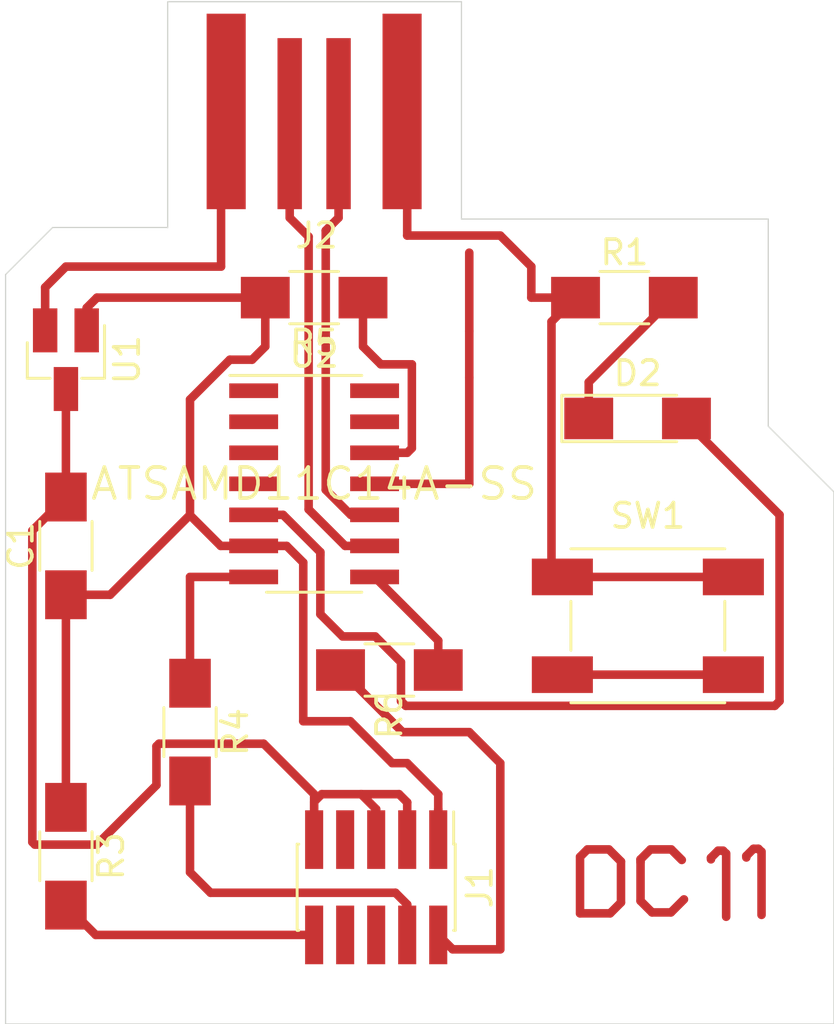
<source format=kicad_pcb>
(kicad_pcb (version 20171130) (host pcbnew "(5.1.10-1-10_14)")

  (general
    (thickness 1.6)
    (drawings 12)
    (tracks 137)
    (zones 0)
    (modules 12)
    (nets 25)
  )

  (page A4)
  (layers
    (0 F.Cu signal)
    (31 B.Cu signal)
    (32 B.Adhes user)
    (33 F.Adhes user)
    (34 B.Paste user)
    (35 F.Paste user)
    (36 B.SilkS user)
    (37 F.SilkS user)
    (38 B.Mask user)
    (39 F.Mask user)
    (40 Dwgs.User user)
    (41 Cmts.User user)
    (42 Eco1.User user)
    (43 Eco2.User user)
    (44 Edge.Cuts user)
    (45 Margin user)
    (46 B.CrtYd user)
    (47 F.CrtYd user)
    (48 B.Fab user)
    (49 F.Fab user hide)
  )

  (setup
    (last_trace_width 0.35)
    (trace_clearance 0.35)
    (zone_clearance 0.508)
    (zone_45_only no)
    (trace_min 0.2)
    (via_size 0.8)
    (via_drill 0.4)
    (via_min_size 0.4)
    (via_min_drill 0.3)
    (uvia_size 0.3)
    (uvia_drill 0.1)
    (uvias_allowed no)
    (uvia_min_size 0.2)
    (uvia_min_drill 0.1)
    (edge_width 0.05)
    (segment_width 0.2)
    (pcb_text_width 0.3)
    (pcb_text_size 1.5 1.5)
    (mod_edge_width 0.12)
    (mod_text_size 1 1)
    (mod_text_width 0.15)
    (pad_size 1.524 1.524)
    (pad_drill 0.762)
    (pad_to_mask_clearance 0)
    (aux_axis_origin 0 0)
    (visible_elements 7FFFFFFF)
    (pcbplotparams
      (layerselection 0x010fc_ffffffff)
      (usegerberextensions false)
      (usegerberattributes true)
      (usegerberadvancedattributes true)
      (creategerberjobfile true)
      (excludeedgelayer true)
      (linewidth 0.100000)
      (plotframeref false)
      (viasonmask false)
      (mode 1)
      (useauxorigin false)
      (hpglpennumber 1)
      (hpglpenspeed 20)
      (hpglpendiameter 15.000000)
      (psnegative false)
      (psa4output false)
      (plotreference true)
      (plotvalue true)
      (plotinvisibletext false)
      (padsonsilk false)
      (subtractmaskfromsilk false)
      (outputformat 1)
      (mirror false)
      (drillshape 1)
      (scaleselection 1)
      (outputdirectory ""))
  )

  (net 0 "")
  (net 1 GND)
  (net 2 "Net-(C1-Pad1)")
  (net 3 "Net-(D2-Pad2)")
  (net 4 "Net-(D2-Pad1)")
  (net 5 "Net-(J1-Pad2)")
  (net 6 "Net-(J1-Pad4)")
  (net 7 "Net-(J1-Pad6)")
  (net 8 "Net-(J1-Pad7)")
  (net 9 "Net-(J1-Pad8)")
  (net 10 "Net-(J1-Pad10)")
  (net 11 "Net-(J2-Pad4)")
  (net 12 "Net-(J2-Pad2)")
  (net 13 "Net-(J2-Pad3)")
  (net 14 "Net-(U2-Pad2)")
  (net 15 "Net-(U2-Pad3)")
  (net 16 "Net-(U2-Pad14)")
  (net 17 "Net-(R4-Pad1)")
  (net 18 "Net-(R2-Pad1)")
  (net 19 "Net-(J2-Pad1)")
  (net 20 "Net-(U2-Pad1)")
  (net 21 "Net-(U2-Pad13)")
  (net 22 "Net-(R5-Pad1)")
  (net 23 "Net-(R6-Pad1)")
  (net 24 "Net-(SW1-Pad2)")

  (net_class Default "This is the default net class."
    (clearance 0.35)
    (trace_width 0.35)
    (via_dia 0.8)
    (via_drill 0.4)
    (uvia_dia 0.3)
    (uvia_drill 0.1)
    (add_net GND)
    (add_net "Net-(C1-Pad1)")
    (add_net "Net-(D2-Pad1)")
    (add_net "Net-(D2-Pad2)")
    (add_net "Net-(J1-Pad10)")
    (add_net "Net-(J1-Pad2)")
    (add_net "Net-(J1-Pad4)")
    (add_net "Net-(J1-Pad6)")
    (add_net "Net-(J1-Pad7)")
    (add_net "Net-(J1-Pad8)")
    (add_net "Net-(J2-Pad1)")
    (add_net "Net-(J2-Pad2)")
    (add_net "Net-(J2-Pad3)")
    (add_net "Net-(J2-Pad4)")
    (add_net "Net-(R2-Pad1)")
    (add_net "Net-(R4-Pad1)")
    (add_net "Net-(R5-Pad1)")
    (add_net "Net-(R6-Pad1)")
    (add_net "Net-(SW1-Pad2)")
    (add_net "Net-(U2-Pad1)")
    (add_net "Net-(U2-Pad13)")
    (add_net "Net-(U2-Pad14)")
    (add_net "Net-(U2-Pad2)")
    (add_net "Net-(U2-Pad3)")
  )

  (module fab:SOIC-14_3.9x8.7mm_P1.27mm (layer F.Cu) (tedit 60030324) (tstamp 6166E6EC)
    (at 123.19 115.57)
    (descr "SOIC, 14 Pin, fab version")
    (tags "SOIC fab")
    (path /616261DA)
    (attr smd)
    (fp_text reference U2 (at 0 -5.28) (layer F.SilkS)
      (effects (font (size 1 1) (thickness 0.15)))
    )
    (fp_text value ATSAMD11C14A-SS (at 0 0) (layer F.SilkS)
      (effects (font (size 1.27 1.27) (thickness 0.15)))
    )
    (fp_line (start -1.95 -3.35) (end -0.975 -4.325) (layer F.Fab) (width 0.1))
    (fp_line (start -1.95 4.325) (end -1.95 -3.35) (layer F.Fab) (width 0.1))
    (fp_line (start 1.95 4.325) (end -1.95 4.325) (layer F.Fab) (width 0.1))
    (fp_line (start 1.95 -4.325) (end 1.95 4.325) (layer F.Fab) (width 0.1))
    (fp_line (start -0.975 -4.325) (end 1.95 -4.325) (layer F.Fab) (width 0.1))
    (fp_line (start 0 -4.435) (end -3.45 -4.435) (layer F.SilkS) (width 0.12))
    (fp_line (start 0 -4.435) (end 1.95 -4.435) (layer F.SilkS) (width 0.12))
    (fp_line (start 0 4.435) (end -1.95 4.435) (layer F.SilkS) (width 0.12))
    (fp_line (start 0 4.435) (end 1.95 4.435) (layer F.SilkS) (width 0.12))
    (fp_line (start -3.6 -4.5) (end 3.7 -4.5) (layer F.CrtYd) (width 0.05))
    (fp_line (start 3.7 -4.5) (end 3.7 4.5) (layer F.CrtYd) (width 0.05))
    (fp_line (start 3.7 4.5) (end -3.6 4.5) (layer F.CrtYd) (width 0.05))
    (fp_line (start -3.6 4.5) (end -3.6 -4.5) (layer F.CrtYd) (width 0.05))
    (fp_text user %R (at 0 0) (layer F.CrtYd)
      (effects (font (size 1 1) (thickness 0.15)))
    )
    (pad 1 smd rect (at -2.475 -3.81) (size 2 0.6) (layers F.Cu F.Paste F.Mask)
      (net 20 "Net-(U2-Pad1)"))
    (pad 2 smd rect (at -2.475 -2.54) (size 2 0.6) (layers F.Cu F.Paste F.Mask)
      (net 14 "Net-(U2-Pad2)"))
    (pad 3 smd rect (at -2.475 -1.27) (size 2 0.6) (layers F.Cu F.Paste F.Mask)
      (net 15 "Net-(U2-Pad3)"))
    (pad 4 smd rect (at -2.475 0) (size 2 0.6) (layers F.Cu F.Paste F.Mask)
      (net 24 "Net-(SW1-Pad2)"))
    (pad 5 smd rect (at -2.475 1.27) (size 2 0.6) (layers F.Cu F.Paste F.Mask)
      (net 3 "Net-(D2-Pad2)"))
    (pad 6 smd rect (at -2.475 2.54) (size 2 0.6) (layers F.Cu F.Paste F.Mask)
      (net 2 "Net-(C1-Pad1)"))
    (pad 7 smd rect (at -2.475 3.81) (size 2 0.6) (layers F.Cu F.Paste F.Mask)
      (net 17 "Net-(R4-Pad1)"))
    (pad 8 smd rect (at 2.475 3.81) (size 2 0.6) (layers F.Cu F.Paste F.Mask)
      (net 23 "Net-(R6-Pad1)"))
    (pad 9 smd rect (at 2.475 2.54) (size 2 0.6) (layers F.Cu F.Paste F.Mask)
      (net 12 "Net-(J2-Pad2)"))
    (pad 10 smd rect (at 2.475 1.27) (size 2 0.6) (layers F.Cu F.Paste F.Mask)
      (net 13 "Net-(J2-Pad3)"))
    (pad 11 smd rect (at 2.475 0) (size 2 0.6) (layers F.Cu F.Paste F.Mask)
      (net 18 "Net-(R2-Pad1)"))
    (pad 12 smd rect (at 2.475 -1.27) (size 2 0.6) (layers F.Cu F.Paste F.Mask)
      (net 22 "Net-(R5-Pad1)"))
    (pad 13 smd rect (at 2.475 -2.54) (size 2 0.6) (layers F.Cu F.Paste F.Mask)
      (net 21 "Net-(U2-Pad13)"))
    (pad 14 smd rect (at 2.475 -3.81) (size 2 0.6) (layers F.Cu F.Paste F.Mask)
      (net 16 "Net-(U2-Pad14)"))
    (model ${FAB}/fab.3dshapes/SOIC-14_3.9x8.7mm_P1.27mm.step
      (at (xyz 0 0 0))
      (scale (xyz 1 1 1))
      (rotate (xyz 0 0 0))
    )
  )

  (module usb_plug:USB_PLUG_TRACES (layer F.Cu) (tedit 6161FC20) (tstamp 6166E9F8)
    (at 123.19 100.33)
    (path /6163BD83)
    (fp_text reference J2 (at 0.1 5.08) (layer F.SilkS)
      (effects (font (size 1 1) (thickness 0.15)))
    )
    (fp_text value Conn_PinHeader_1x04_P2.54mm_Horizontal_SMD (at 0.05 -6.35) (layer F.Fab)
      (effects (font (size 1 1) (thickness 0.15)))
    )
    (fp_line (start -6 -4.5) (end -6 6.5) (layer Cmts.User) (width 0.12))
    (fp_line (start 6 -4.5) (end 6 6.5) (layer Cmts.User) (width 0.12))
    (fp_line (start -6 -4.5) (end 6 -4.5) (layer Cmts.User) (width 0.12))
    (pad 1 smd rect (at -3.6 0) (size 1.6 8) (layers F.Cu F.Paste F.Mask)
      (net 19 "Net-(J2-Pad1)"))
    (pad 4 smd rect (at 3.6 0) (size 1.6 8) (layers F.Cu F.Paste F.Mask)
      (net 11 "Net-(J2-Pad4)"))
    (pad 2 smd rect (at -1 0.5) (size 1 7) (layers F.Cu F.Paste F.Mask)
      (net 12 "Net-(J2-Pad2)"))
    (pad 3 smd rect (at 1 0.5) (size 1 7) (layers F.Cu F.Paste F.Mask)
      (net 13 "Net-(J2-Pad3)"))
  )

  (module fab:C_1206 (layer F.Cu) (tedit 6002C54C) (tstamp 6166E866)
    (at 113.03 118.11 90)
    (descr "Capacitor SMD 1206, hand soldering")
    (tags "capacitor 1206")
    (path /616430C5)
    (attr smd)
    (fp_text reference C1 (at 0 -1.85 90) (layer F.SilkS)
      (effects (font (size 1 1) (thickness 0.15)))
    )
    (fp_text value C (at 0 1.9 90) (layer F.Fab)
      (effects (font (size 1 1) (thickness 0.15)))
    )
    (fp_line (start -1.6 0.8) (end -1.6 -0.8) (layer F.Fab) (width 0.1))
    (fp_line (start 1.6 0.8) (end -1.6 0.8) (layer F.Fab) (width 0.1))
    (fp_line (start 1.6 -0.8) (end 1.6 0.8) (layer F.Fab) (width 0.1))
    (fp_line (start -1.6 -0.8) (end 1.6 -0.8) (layer F.Fab) (width 0.1))
    (fp_line (start 1 1.07) (end -1 1.07) (layer F.SilkS) (width 0.12))
    (fp_line (start -1 -1.07) (end 1 -1.07) (layer F.SilkS) (width 0.12))
    (fp_line (start -3.25 -1.11) (end 3.25 -1.11) (layer F.CrtYd) (width 0.05))
    (fp_line (start -3.25 -1.11) (end -3.25 1.1) (layer F.CrtYd) (width 0.05))
    (fp_line (start 3.25 1.1) (end 3.25 -1.11) (layer F.CrtYd) (width 0.05))
    (fp_line (start 3.25 1.1) (end -3.25 1.1) (layer F.CrtYd) (width 0.05))
    (fp_text user %R (at 0 0 90) (layer F.Fab)
      (effects (font (size 0.7 0.7) (thickness 0.105)))
    )
    (pad 2 smd rect (at 2 0 90) (size 2 1.7) (layers F.Cu F.Paste F.Mask)
      (net 1 GND))
    (pad 1 smd rect (at -2 0 90) (size 2 1.7) (layers F.Cu F.Paste F.Mask)
      (net 2 "Net-(C1-Pad1)"))
    (model ${FAB}/fab.3dshapes/C_1206.step
      (at (xyz 0 0 0))
      (scale (xyz 1 1 1))
      (rotate (xyz 0 0 0))
    )
  )

  (module fab:LED_1206 (layer F.Cu) (tedit 595FC724) (tstamp 6166E89A)
    (at 136.43 112.895001)
    (descr "LED SMD 1206, hand soldering")
    (tags "LED 1206")
    (path /6162316C)
    (attr smd)
    (fp_text reference D2 (at 0 -1.85) (layer F.SilkS)
      (effects (font (size 1 1) (thickness 0.15)))
    )
    (fp_text value LED (at 0 1.9) (layer F.Fab)
      (effects (font (size 1 1) (thickness 0.15)))
    )
    (fp_line (start 3.25 1.1) (end -3.25 1.1) (layer F.CrtYd) (width 0.05))
    (fp_line (start 3.25 1.1) (end 3.25 -1.11) (layer F.CrtYd) (width 0.05))
    (fp_line (start -3.25 -1.11) (end -3.25 1.1) (layer F.CrtYd) (width 0.05))
    (fp_line (start -3.25 -1.11) (end 3.25 -1.11) (layer F.CrtYd) (width 0.05))
    (fp_line (start -3.1 -0.95) (end 1.6 -0.95) (layer F.SilkS) (width 0.12))
    (fp_line (start -3.1 0.95) (end 1.6 0.95) (layer F.SilkS) (width 0.12))
    (fp_line (start -1.6 -0.8) (end 1.6 -0.8) (layer F.Fab) (width 0.1))
    (fp_line (start 1.6 -0.8) (end 1.6 0.8) (layer F.Fab) (width 0.1))
    (fp_line (start 1.6 0.8) (end -1.6 0.8) (layer F.Fab) (width 0.1))
    (fp_line (start -1.6 0.8) (end -1.6 -0.8) (layer F.Fab) (width 0.1))
    (fp_line (start -0.45 -0.4) (end -0.45 0.4) (layer F.Fab) (width 0.1))
    (fp_line (start 0.2 0.4) (end -0.4 0) (layer F.Fab) (width 0.1))
    (fp_line (start 0.2 -0.4) (end 0.2 0.4) (layer F.Fab) (width 0.1))
    (fp_line (start -0.4 0) (end 0.2 -0.4) (layer F.Fab) (width 0.1))
    (fp_line (start -3.1 -0.95) (end -3.1 0.95) (layer F.SilkS) (width 0.12))
    (pad 2 smd rect (at 2 0) (size 2 1.7) (layers F.Cu F.Paste F.Mask)
      (net 3 "Net-(D2-Pad2)"))
    (pad 1 smd rect (at -2 0) (size 2 1.7) (layers F.Cu F.Paste F.Mask)
      (net 4 "Net-(D2-Pad1)"))
    (model ${KISYS3DMOD}/LEDs.3dshapes/LED_1206.wrl
      (at (xyz 0 0 0))
      (scale (xyz 1 1 1))
      (rotate (xyz 0 0 180))
    )
  )

  (module fab:PinHeader_2x05_P1.27mm_Vertical_SMD (layer F.Cu) (tedit 60851B62) (tstamp 6166FC3D)
    (at 125.73 132.08 270)
    (descr "surface-mounted straight pin header, 2x05, 1.27mm pitch, double rows")
    (tags "Surface mounted pin header SMD 2x05 1.27mm double row")
    (path /6162E3A3)
    (attr smd)
    (fp_text reference J1 (at 0 -4.235 90) (layer F.SilkS)
      (effects (font (size 1 1) (thickness 0.15)))
    )
    (fp_text value Conn_ARM_JTAG_SWD_10 (at 0 4.235 90) (layer F.Fab)
      (effects (font (size 1 1) (thickness 0.15)))
    )
    (fp_line (start 1.705 3.175) (end -1.705 3.175) (layer F.Fab) (width 0.1))
    (fp_line (start -1.27 -3.175) (end 1.705 -3.175) (layer F.Fab) (width 0.1))
    (fp_line (start -1.705 3.175) (end -1.705 -2.74) (layer F.Fab) (width 0.1))
    (fp_line (start -1.705 -2.74) (end -1.27 -3.175) (layer F.Fab) (width 0.1))
    (fp_line (start 1.705 -3.175) (end 1.705 3.175) (layer F.Fab) (width 0.1))
    (fp_line (start -1.705 -2.74) (end -2.75 -2.74) (layer F.Fab) (width 0.1))
    (fp_line (start -2.75 -2.74) (end -2.75 -2.34) (layer F.Fab) (width 0.1))
    (fp_line (start -2.75 -2.34) (end -1.705 -2.34) (layer F.Fab) (width 0.1))
    (fp_line (start 1.705 -2.74) (end 2.75 -2.74) (layer F.Fab) (width 0.1))
    (fp_line (start 2.75 -2.74) (end 2.75 -2.34) (layer F.Fab) (width 0.1))
    (fp_line (start 2.75 -2.34) (end 1.705 -2.34) (layer F.Fab) (width 0.1))
    (fp_line (start -1.705 -1.47) (end -2.75 -1.47) (layer F.Fab) (width 0.1))
    (fp_line (start -2.75 -1.47) (end -2.75 -1.07) (layer F.Fab) (width 0.1))
    (fp_line (start -2.75 -1.07) (end -1.705 -1.07) (layer F.Fab) (width 0.1))
    (fp_line (start 1.705 -1.47) (end 2.75 -1.47) (layer F.Fab) (width 0.1))
    (fp_line (start 2.75 -1.47) (end 2.75 -1.07) (layer F.Fab) (width 0.1))
    (fp_line (start 2.75 -1.07) (end 1.705 -1.07) (layer F.Fab) (width 0.1))
    (fp_line (start -1.705 -0.2) (end -2.75 -0.2) (layer F.Fab) (width 0.1))
    (fp_line (start -2.75 -0.2) (end -2.75 0.2) (layer F.Fab) (width 0.1))
    (fp_line (start -2.75 0.2) (end -1.705 0.2) (layer F.Fab) (width 0.1))
    (fp_line (start 1.705 -0.2) (end 2.75 -0.2) (layer F.Fab) (width 0.1))
    (fp_line (start 2.75 -0.2) (end 2.75 0.2) (layer F.Fab) (width 0.1))
    (fp_line (start 2.75 0.2) (end 1.705 0.2) (layer F.Fab) (width 0.1))
    (fp_line (start -1.705 1.07) (end -2.75 1.07) (layer F.Fab) (width 0.1))
    (fp_line (start -2.75 1.07) (end -2.75 1.47) (layer F.Fab) (width 0.1))
    (fp_line (start -2.75 1.47) (end -1.705 1.47) (layer F.Fab) (width 0.1))
    (fp_line (start 1.705 1.07) (end 2.75 1.07) (layer F.Fab) (width 0.1))
    (fp_line (start 2.75 1.07) (end 2.75 1.47) (layer F.Fab) (width 0.1))
    (fp_line (start 2.75 1.47) (end 1.705 1.47) (layer F.Fab) (width 0.1))
    (fp_line (start -1.705 2.34) (end -2.75 2.34) (layer F.Fab) (width 0.1))
    (fp_line (start -2.75 2.34) (end -2.75 2.74) (layer F.Fab) (width 0.1))
    (fp_line (start -2.75 2.74) (end -1.705 2.74) (layer F.Fab) (width 0.1))
    (fp_line (start 1.705 2.34) (end 2.75 2.34) (layer F.Fab) (width 0.1))
    (fp_line (start 2.75 2.34) (end 2.75 2.74) (layer F.Fab) (width 0.1))
    (fp_line (start 2.75 2.74) (end 1.705 2.74) (layer F.Fab) (width 0.1))
    (fp_line (start -1.765 -3.235) (end 1.765 -3.235) (layer F.SilkS) (width 0.12))
    (fp_line (start -1.765 3.235) (end 1.765 3.235) (layer F.SilkS) (width 0.12))
    (fp_line (start -3.09 -3.17) (end -1.765 -3.17) (layer F.SilkS) (width 0.12))
    (fp_line (start -1.765 -3.235) (end -1.765 -3.17) (layer F.SilkS) (width 0.12))
    (fp_line (start 1.765 -3.235) (end 1.765 -3.17) (layer F.SilkS) (width 0.12))
    (fp_line (start -1.765 3.17) (end -1.765 3.235) (layer F.SilkS) (width 0.12))
    (fp_line (start 1.765 3.17) (end 1.765 3.235) (layer F.SilkS) (width 0.12))
    (fp_line (start -4.3 -3.7) (end -4.3 3.7) (layer F.CrtYd) (width 0.05))
    (fp_line (start -4.3 3.7) (end 4.3 3.7) (layer F.CrtYd) (width 0.05))
    (fp_line (start 4.3 3.7) (end 4.3 -3.7) (layer F.CrtYd) (width 0.05))
    (fp_line (start 4.3 -3.7) (end -4.3 -3.7) (layer F.CrtYd) (width 0.05))
    (fp_text user %R (at 0 0) (layer F.Fab)
      (effects (font (size 1 1) (thickness 0.15)))
    )
    (pad 1 smd rect (at -1.95 -2.54 270) (size 2.4 0.74) (layers F.Cu F.Paste F.Mask)
      (net 2 "Net-(C1-Pad1)"))
    (pad 2 smd rect (at 1.95 -2.54 270) (size 2.4 0.74) (layers F.Cu F.Paste F.Mask)
      (net 5 "Net-(J1-Pad2)"))
    (pad 3 smd rect (at -1.95 -1.27 270) (size 2.4 0.74) (layers F.Cu F.Paste F.Mask)
      (net 1 GND))
    (pad 4 smd rect (at 1.95 -1.27 270) (size 2.4 0.74) (layers F.Cu F.Paste F.Mask)
      (net 6 "Net-(J1-Pad4)"))
    (pad 5 smd rect (at -1.95 0 270) (size 2.4 0.74) (layers F.Cu F.Paste F.Mask)
      (net 1 GND))
    (pad 6 smd rect (at 1.95 0 270) (size 2.4 0.74) (layers F.Cu F.Paste F.Mask)
      (net 7 "Net-(J1-Pad6)"))
    (pad 7 smd rect (at -1.95 1.27 270) (size 2.4 0.74) (layers F.Cu F.Paste F.Mask)
      (net 8 "Net-(J1-Pad7)"))
    (pad 8 smd rect (at 1.95 1.27 270) (size 2.4 0.74) (layers F.Cu F.Paste F.Mask)
      (net 9 "Net-(J1-Pad8)"))
    (pad 9 smd rect (at -1.95 2.54 270) (size 2.4 0.74) (layers F.Cu F.Paste F.Mask)
      (net 1 GND))
    (pad 10 smd rect (at 1.95 2.54 270) (size 2.4 0.74) (layers F.Cu F.Paste F.Mask)
      (net 10 "Net-(J1-Pad10)"))
    (model ${KISYS3DMOD}/Connector_PinHeader_1.27mm.3dshapes/PinHeader_2x05_P1.27mm_Vertical_SMD.wrl
      (at (xyz 0 0 0))
      (scale (xyz 1 1 1))
      (rotate (xyz 0 0 0))
    )
  )

  (module fab:R_1206 (layer F.Cu) (tedit 60020482) (tstamp 6166E836)
    (at 135.89 107.95)
    (descr "Resistor SMD 1206, hand soldering")
    (tags "resistor 1206")
    (path /6162C560)
    (attr smd)
    (fp_text reference R1 (at 0 -1.85) (layer F.SilkS)
      (effects (font (size 1 1) (thickness 0.15)))
    )
    (fp_text value R (at 0 1.9) (layer F.Fab)
      (effects (font (size 1 1) (thickness 0.15)))
    )
    (fp_line (start -1.6 0.8) (end -1.6 -0.8) (layer F.Fab) (width 0.1))
    (fp_line (start 1.6 0.8) (end -1.6 0.8) (layer F.Fab) (width 0.1))
    (fp_line (start 1.6 -0.8) (end 1.6 0.8) (layer F.Fab) (width 0.1))
    (fp_line (start -1.6 -0.8) (end 1.6 -0.8) (layer F.Fab) (width 0.1))
    (fp_line (start 1 1.07) (end -1 1.07) (layer F.SilkS) (width 0.12))
    (fp_line (start -1 -1.07) (end 1 -1.07) (layer F.SilkS) (width 0.12))
    (fp_line (start -3.25 -1.11) (end 3.25 -1.11) (layer F.CrtYd) (width 0.05))
    (fp_line (start -3.25 -1.11) (end -3.25 1.1) (layer F.CrtYd) (width 0.05))
    (fp_line (start 3.25 1.1) (end 3.25 -1.11) (layer F.CrtYd) (width 0.05))
    (fp_line (start 3.25 1.1) (end -3.25 1.1) (layer F.CrtYd) (width 0.05))
    (fp_text user %R (at 0 0) (layer F.Fab)
      (effects (font (size 0.7 0.7) (thickness 0.105)))
    )
    (pad 2 smd rect (at 2 0) (size 2 1.7) (layers F.Cu F.Paste F.Mask)
      (net 4 "Net-(D2-Pad1)"))
    (pad 1 smd rect (at -2 0) (size 2 1.7) (layers F.Cu F.Paste F.Mask)
      (net 11 "Net-(J2-Pad4)"))
    (model ${FAB}/fab.3dshapes/R_1206.step
      (at (xyz 0 0 0))
      (scale (xyz 1 1 1))
      (rotate (xyz 0 0 0))
    )
  )

  (module fab:R_1206 (layer F.Cu) (tedit 60020482) (tstamp 6166E7A6)
    (at 113.03 130.81 270)
    (descr "Resistor SMD 1206, hand soldering")
    (tags "resistor 1206")
    (path /616A9FD7)
    (attr smd)
    (fp_text reference R3 (at 0 -1.85 90) (layer F.SilkS)
      (effects (font (size 1 1) (thickness 0.15)))
    )
    (fp_text value 0 (at 0 1.9 90) (layer F.Fab)
      (effects (font (size 1 1) (thickness 0.15)))
    )
    (fp_line (start -1.6 0.8) (end -1.6 -0.8) (layer F.Fab) (width 0.1))
    (fp_line (start 1.6 0.8) (end -1.6 0.8) (layer F.Fab) (width 0.1))
    (fp_line (start 1.6 -0.8) (end 1.6 0.8) (layer F.Fab) (width 0.1))
    (fp_line (start -1.6 -0.8) (end 1.6 -0.8) (layer F.Fab) (width 0.1))
    (fp_line (start 1 1.07) (end -1 1.07) (layer F.SilkS) (width 0.12))
    (fp_line (start -1 -1.07) (end 1 -1.07) (layer F.SilkS) (width 0.12))
    (fp_line (start -3.25 -1.11) (end 3.25 -1.11) (layer F.CrtYd) (width 0.05))
    (fp_line (start -3.25 -1.11) (end -3.25 1.1) (layer F.CrtYd) (width 0.05))
    (fp_line (start 3.25 1.1) (end 3.25 -1.11) (layer F.CrtYd) (width 0.05))
    (fp_line (start 3.25 1.1) (end -3.25 1.1) (layer F.CrtYd) (width 0.05))
    (fp_text user %R (at 0 0 90) (layer F.Fab)
      (effects (font (size 0.7 0.7) (thickness 0.105)))
    )
    (pad 2 smd rect (at 2 0 270) (size 2 1.7) (layers F.Cu F.Paste F.Mask)
      (net 10 "Net-(J1-Pad10)"))
    (pad 1 smd rect (at -2 0 270) (size 2 1.7) (layers F.Cu F.Paste F.Mask)
      (net 2 "Net-(C1-Pad1)"))
    (model ${FAB}/fab.3dshapes/R_1206.step
      (at (xyz 0 0 0))
      (scale (xyz 1 1 1))
      (rotate (xyz 0 0 0))
    )
  )

  (module fab:R_1206 (layer F.Cu) (tedit 60020482) (tstamp 6166E7D6)
    (at 118.11 125.73 270)
    (descr "Resistor SMD 1206, hand soldering")
    (tags "resistor 1206")
    (path /616AEA0C)
    (attr smd)
    (fp_text reference R4 (at 0 -1.85 90) (layer F.SilkS)
      (effects (font (size 1 1) (thickness 0.15)))
    )
    (fp_text value 0 (at 0 1.9 90) (layer F.Fab)
      (effects (font (size 1 1) (thickness 0.15)))
    )
    (fp_line (start 3.25 1.1) (end -3.25 1.1) (layer F.CrtYd) (width 0.05))
    (fp_line (start 3.25 1.1) (end 3.25 -1.11) (layer F.CrtYd) (width 0.05))
    (fp_line (start -3.25 -1.11) (end -3.25 1.1) (layer F.CrtYd) (width 0.05))
    (fp_line (start -3.25 -1.11) (end 3.25 -1.11) (layer F.CrtYd) (width 0.05))
    (fp_line (start -1 -1.07) (end 1 -1.07) (layer F.SilkS) (width 0.12))
    (fp_line (start 1 1.07) (end -1 1.07) (layer F.SilkS) (width 0.12))
    (fp_line (start -1.6 -0.8) (end 1.6 -0.8) (layer F.Fab) (width 0.1))
    (fp_line (start 1.6 -0.8) (end 1.6 0.8) (layer F.Fab) (width 0.1))
    (fp_line (start 1.6 0.8) (end -1.6 0.8) (layer F.Fab) (width 0.1))
    (fp_line (start -1.6 0.8) (end -1.6 -0.8) (layer F.Fab) (width 0.1))
    (fp_text user %R (at 0 0 90) (layer F.Fab)
      (effects (font (size 0.7 0.7) (thickness 0.105)))
    )
    (pad 1 smd rect (at -2 0 270) (size 2 1.7) (layers F.Cu F.Paste F.Mask)
      (net 17 "Net-(R4-Pad1)"))
    (pad 2 smd rect (at 2 0 270) (size 2 1.7) (layers F.Cu F.Paste F.Mask)
      (net 6 "Net-(J1-Pad4)"))
    (model ${FAB}/fab.3dshapes/R_1206.step
      (at (xyz 0 0 0))
      (scale (xyz 1 1 1))
      (rotate (xyz 0 0 0))
    )
  )

  (module fab:R_1206 (layer F.Cu) (tedit 60020482) (tstamp 6166F800)
    (at 123.19 107.95 180)
    (descr "Resistor SMD 1206, hand soldering")
    (tags "resistor 1206")
    (path /616AF33A)
    (attr smd)
    (fp_text reference R5 (at 0 -1.85) (layer F.SilkS)
      (effects (font (size 1 1) (thickness 0.15)))
    )
    (fp_text value 0 (at 0 1.9) (layer F.Fab)
      (effects (font (size 1 1) (thickness 0.15)))
    )
    (fp_line (start -1.6 0.8) (end -1.6 -0.8) (layer F.Fab) (width 0.1))
    (fp_line (start 1.6 0.8) (end -1.6 0.8) (layer F.Fab) (width 0.1))
    (fp_line (start 1.6 -0.8) (end 1.6 0.8) (layer F.Fab) (width 0.1))
    (fp_line (start -1.6 -0.8) (end 1.6 -0.8) (layer F.Fab) (width 0.1))
    (fp_line (start 1 1.07) (end -1 1.07) (layer F.SilkS) (width 0.12))
    (fp_line (start -1 -1.07) (end 1 -1.07) (layer F.SilkS) (width 0.12))
    (fp_line (start -3.25 -1.11) (end 3.25 -1.11) (layer F.CrtYd) (width 0.05))
    (fp_line (start -3.25 -1.11) (end -3.25 1.1) (layer F.CrtYd) (width 0.05))
    (fp_line (start 3.25 1.1) (end 3.25 -1.11) (layer F.CrtYd) (width 0.05))
    (fp_line (start 3.25 1.1) (end -3.25 1.1) (layer F.CrtYd) (width 0.05))
    (fp_text user %R (at 0 0) (layer F.Fab)
      (effects (font (size 0.7 0.7) (thickness 0.105)))
    )
    (pad 2 smd rect (at 2 0 180) (size 2 1.7) (layers F.Cu F.Paste F.Mask)
      (net 2 "Net-(C1-Pad1)"))
    (pad 1 smd rect (at -2 0 180) (size 2 1.7) (layers F.Cu F.Paste F.Mask)
      (net 22 "Net-(R5-Pad1)"))
    (model ${FAB}/fab.3dshapes/R_1206.step
      (at (xyz 0 0 0))
      (scale (xyz 1 1 1))
      (rotate (xyz 0 0 0))
    )
  )

  (module fab:R_1206 (layer F.Cu) (tedit 60020482) (tstamp 6166E66E)
    (at 126.27 123.19 180)
    (descr "Resistor SMD 1206, hand soldering")
    (tags "resistor 1206")
    (path /616B21FB)
    (attr smd)
    (fp_text reference R6 (at 0 -1.85 90) (layer F.SilkS)
      (effects (font (size 1 1) (thickness 0.15)))
    )
    (fp_text value 0 (at 0 1.9) (layer F.Fab)
      (effects (font (size 1 1) (thickness 0.15)))
    )
    (fp_line (start 3.25 1.1) (end -3.25 1.1) (layer F.CrtYd) (width 0.05))
    (fp_line (start 3.25 1.1) (end 3.25 -1.11) (layer F.CrtYd) (width 0.05))
    (fp_line (start -3.25 -1.11) (end -3.25 1.1) (layer F.CrtYd) (width 0.05))
    (fp_line (start -3.25 -1.11) (end 3.25 -1.11) (layer F.CrtYd) (width 0.05))
    (fp_line (start -1 -1.07) (end 1 -1.07) (layer F.SilkS) (width 0.12))
    (fp_line (start 1 1.07) (end -1 1.07) (layer F.SilkS) (width 0.12))
    (fp_line (start -1.6 -0.8) (end 1.6 -0.8) (layer F.Fab) (width 0.1))
    (fp_line (start 1.6 -0.8) (end 1.6 0.8) (layer F.Fab) (width 0.1))
    (fp_line (start 1.6 0.8) (end -1.6 0.8) (layer F.Fab) (width 0.1))
    (fp_line (start -1.6 0.8) (end -1.6 -0.8) (layer F.Fab) (width 0.1))
    (fp_text user %R (at 0 0) (layer F.Fab)
      (effects (font (size 0.7 0.7) (thickness 0.105)))
    )
    (pad 1 smd rect (at -2 0 180) (size 2 1.7) (layers F.Cu F.Paste F.Mask)
      (net 23 "Net-(R6-Pad1)"))
    (pad 2 smd rect (at 2 0 180) (size 2 1.7) (layers F.Cu F.Paste F.Mask)
      (net 5 "Net-(J1-Pad2)"))
    (model ${FAB}/fab.3dshapes/R_1206.step
      (at (xyz 0 0 0))
      (scale (xyz 1 1 1))
      (rotate (xyz 0 0 0))
    )
  )

  (module fab:Button_Omron_B3SN_6x6mm (layer F.Cu) (tedit 5EC65B05) (tstamp 6166E6A3)
    (at 136.85 121.38)
    (descr "Surface Mount Tactile Switch for High-Density Packaging")
    (tags "Tactile Switch")
    (path /61622BBD)
    (attr smd)
    (fp_text reference SW1 (at 0 -4.5) (layer F.SilkS)
      (effects (font (size 1 1) (thickness 0.15)))
    )
    (fp_text value BUTTON_B3SN (at 0 4.5) (layer F.Fab)
      (effects (font (size 1 1) (thickness 0.15)))
    )
    (fp_line (start -3 3) (end -3 -3) (layer F.Fab) (width 0.1))
    (fp_line (start 3 3) (end -3 3) (layer F.Fab) (width 0.1))
    (fp_line (start 3 -3) (end 3 3) (layer F.Fab) (width 0.1))
    (fp_line (start -3 -3) (end 3 -3) (layer F.Fab) (width 0.1))
    (fp_circle (center 0 0) (end 1.65 0) (layer F.Fab) (width 0.1))
    (fp_line (start 3.15 -1) (end 3.15 1) (layer F.SilkS) (width 0.12))
    (fp_line (start 3.15 3.15) (end -3.15 3.15) (layer F.SilkS) (width 0.12))
    (fp_line (start -3.15 1) (end -3.15 -1) (layer F.SilkS) (width 0.12))
    (fp_line (start -3.15 -3.15) (end 3.15 -3.15) (layer F.SilkS) (width 0.12))
    (fp_line (start -5 -3.7) (end -5 3.7) (layer F.CrtYd) (width 0.05))
    (fp_line (start 5 -3.7) (end -5 -3.7) (layer F.CrtYd) (width 0.05))
    (fp_line (start 5 3.7) (end 5 -3.7) (layer F.CrtYd) (width 0.05))
    (fp_line (start -5 3.7) (end 5 3.7) (layer F.CrtYd) (width 0.05))
    (fp_text user %R (at 0 -4.5) (layer F.Fab)
      (effects (font (size 1 1) (thickness 0.15)))
    )
    (pad 2 smd rect (at 3.5 2) (size 2.5 1.5) (layers F.Cu F.Paste F.Mask)
      (net 24 "Net-(SW1-Pad2)"))
    (pad 2 smd rect (at -3.5 2) (size 2.5 1.5) (layers F.Cu F.Paste F.Mask)
      (net 24 "Net-(SW1-Pad2)"))
    (pad 1 smd rect (at 3.5 -2) (size 2.5 1.5) (layers F.Cu F.Paste F.Mask)
      (net 11 "Net-(J2-Pad4)"))
    (pad 1 smd rect (at -3.5 -2) (size 2.5 1.5) (layers F.Cu F.Paste F.Mask)
      (net 11 "Net-(J2-Pad4)"))
    (model ${KISYS3DMOD}/Buttons_Switches_SMD.3dshapes/SW_SPST_B3S-1000.wrl
      (at (xyz 0 0 0))
      (scale (xyz 1 1 1))
      (rotate (xyz 0 0 0))
    )
  )

  (module fab:SOT-23 (layer F.Cu) (tedit 60A7B52C) (tstamp 6166E73E)
    (at 113.03 110.49 270)
    (descr "SOT-23, Standard")
    (tags SOT-23)
    (path /616600BD)
    (attr smd)
    (fp_text reference U1 (at 0 -2.5 90) (layer F.SilkS)
      (effects (font (size 1 1) (thickness 0.15)))
    )
    (fp_text value Regulator_Linear_LM3480-3.3V-100mA (at 0 2.5 90) (layer F.Fab)
      (effects (font (size 1 1) (thickness 0.15)))
    )
    (fp_line (start -0.7 -0.95) (end -0.7 1.5) (layer F.Fab) (width 0.1))
    (fp_line (start -0.15 -1.52) (end 0.7 -1.52) (layer F.Fab) (width 0.1))
    (fp_line (start -0.7 -0.95) (end -0.15 -1.52) (layer F.Fab) (width 0.1))
    (fp_line (start 0.7 -1.52) (end 0.7 1.52) (layer F.Fab) (width 0.1))
    (fp_line (start -0.7 1.52) (end 0.7 1.52) (layer F.Fab) (width 0.1))
    (fp_line (start 0.76 1.58) (end 0.76 0.65) (layer F.SilkS) (width 0.12))
    (fp_line (start 0.76 -1.58) (end 0.76 -0.65) (layer F.SilkS) (width 0.12))
    (fp_line (start -2.2 -1.75) (end 2.2 -1.75) (layer F.CrtYd) (width 0.05))
    (fp_line (start 2.2 -1.75) (end 2.2 1.75) (layer F.CrtYd) (width 0.05))
    (fp_line (start 2.2 1.75) (end -2.2 1.75) (layer F.CrtYd) (width 0.05))
    (fp_line (start -2.2 1.75) (end -2.2 -1.75) (layer F.CrtYd) (width 0.05))
    (fp_line (start 0.76 -1.58) (end -1.4 -1.58) (layer F.SilkS) (width 0.12))
    (fp_line (start 0.76 1.58) (end -0.7 1.58) (layer F.SilkS) (width 0.12))
    (fp_text user %R (at 0 0) (layer F.Fab)
      (effects (font (size 0.5 0.5) (thickness 0.075)))
    )
    (pad 3 smd rect (at 1.2 0 270) (size 1.8 1) (layers F.Cu F.Paste F.Mask)
      (net 1 GND))
    (pad 2 smd rect (at -1.2 0.85 270) (size 1.8 1) (layers F.Cu F.Paste F.Mask)
      (net 19 "Net-(J2-Pad1)"))
    (pad 1 smd rect (at -1.2 -0.85 270) (size 1.8 1) (layers F.Cu F.Paste F.Mask)
      (net 2 "Net-(C1-Pad1)"))
    (model ${KISYS3DMOD}/TO_SOT_Packages_SMD.3dshapes/SOT-23.wrl
      (at (xyz 0 0 0))
      (scale (xyz 1 1 1))
      (rotate (xyz 0 0 0))
    )
  )

  (gr_line (start 117.1956 105.08996) (end 117.1956 95.84436) (layer Edge.Cuts) (width 0.05))
  (gr_line (start 112.48644 105.0798) (end 117.18544 105.0798) (layer Edge.Cuts) (width 0.05))
  (gr_line (start 110.56112 107.00512) (end 112.48644 105.0798) (layer Edge.Cuts) (width 0.05))
  (gr_line (start 110.56112 137.67308) (end 110.56112 107.00512) (layer Edge.Cuts) (width 0.05))
  (gr_line (start 144.46504 137.67308) (end 110.56112 137.67308) (layer Edge.Cuts) (width 0.05))
  (gr_line (start 144.46504 127.2286) (end 144.46504 137.67308) (layer Edge.Cuts) (width 0.05))
  (gr_line (start 144.46504 115.9002) (end 144.46504 127.2286) (layer Edge.Cuts) (width 0.05))
  (gr_line (start 141.77772 113.21288) (end 144.46504 115.9002) (layer Edge.Cuts) (width 0.05))
  (gr_line (start 141.77772 104.73436) (end 141.77772 113.21288) (layer Edge.Cuts) (width 0.05))
  (gr_line (start 129.21996 104.73436) (end 141.77772 104.73436) (layer Edge.Cuts) (width 0.05))
  (gr_line (start 129.21996 95.83928) (end 129.21996 104.73436) (layer Edge.Cuts) (width 0.05))
  (gr_line (start 117.20068 95.83928) (end 129.21996 95.83928) (layer Edge.Cuts) (width 0.05))

  (segment (start 135.7503 132.7023) (end 135.3058 133.1468) (width 0.35) (layer F.Cu) (net 0))
  (segment (start 135.7503 131.0259) (end 135.7503 132.7023) (width 0.35) (layer F.Cu) (net 0))
  (segment (start 135.3058 133.1468) (end 134.0739 133.1468) (width 0.35) (layer F.Cu) (net 0))
  (segment (start 134.3787 130.5306) (end 135.255 130.5306) (width 0.35) (layer F.Cu) (net 0))
  (segment (start 135.255 130.5306) (end 135.7503 131.0259) (width 0.35) (layer F.Cu) (net 0))
  (segment (start 134.0739 130.8354) (end 134.3787 130.5306) (width 0.35) (layer F.Cu) (net 0))
  (segment (start 134.0739 133.1468) (end 134.0739 130.8354) (width 0.35) (layer F.Cu) (net 0))
  (segment (start 136.5504 131.064) (end 136.5504 130.937) (width 0.35) (layer F.Cu) (net 0))
  (segment (start 136.5504 130.937) (end 136.9568 130.5306) (width 0.35) (layer F.Cu) (net 0))
  (segment (start 136.9568 130.5306) (end 137.8077 130.5306) (width 0.35) (layer F.Cu) (net 0))
  (segment (start 137.8077 130.5306) (end 138.2395 130.9624) (width 0.35) (layer F.Cu) (net 0))
  (segment (start 136.5504 130.937) (end 136.5504 132.6388) (width 0.35) (layer F.Cu) (net 0))
  (segment (start 136.5504 132.6388) (end 137.0203 133.1087) (width 0.35) (layer F.Cu) (net 0))
  (segment (start 137.0203 133.1087) (end 137.795 133.1087) (width 0.35) (layer F.Cu) (net 0))
  (segment (start 137.795 133.1087) (end 138.3284 132.5753) (width 0.35) (layer F.Cu) (net 0))
  (segment (start 139.4333 130.937) (end 139.4333 130.8735) (width 0.35) (layer F.Cu) (net 0))
  (segment (start 139.4333 130.8735) (end 139.7254 130.5814) (width 0.35) (layer F.Cu) (net 0))
  (segment (start 139.7254 130.5814) (end 139.9286 130.5814) (width 0.35) (layer F.Cu) (net 0))
  (segment (start 139.9286 130.5814) (end 139.9921 130.6449) (width 0.35) (layer F.Cu) (net 0))
  (segment (start 140.0556 130.6957) (end 140.0556 133.2865) (width 0.35) (layer F.Cu) (net 0))
  (segment (start 141.5034 130.6195) (end 141.5034 133.2103) (width 0.35) (layer F.Cu) (net 0) (tstamp 6167053D))
  (segment (start 141.3764 130.5052) (end 141.4399 130.5687) (width 0.35) (layer F.Cu) (net 0) (tstamp 6167053E))
  (segment (start 140.8811 130.7973) (end 141.1732 130.5052) (width 0.35) (layer F.Cu) (net 0) (tstamp 6167053F))
  (segment (start 141.1732 130.5052) (end 141.3764 130.5052) (width 0.35) (layer F.Cu) (net 0) (tstamp 61670540))
  (segment (start 140.8811 130.8608) (end 140.8811 130.7973) (width 0.35) (layer F.Cu) (net 0) (tstamp 61670541))
  (segment (start 113.03 116.11) (end 113.03 111.69) (width 0.35) (layer F.Cu) (net 1))
  (segment (start 123.19 128.27) (end 123.19 130.13) (width 0.35) (layer F.Cu) (net 1))
  (segment (start 121.124999 126.204999) (end 123.19 128.27) (width 0.35) (layer F.Cu) (net 1))
  (segment (start 116.734999 126.309999) (end 116.839999 126.204999) (width 0.35) (layer F.Cu) (net 1))
  (segment (start 116.734999 127.900003) (end 116.734999 126.309999) (width 0.35) (layer F.Cu) (net 1))
  (segment (start 116.839999 126.204999) (end 121.124999 126.204999) (width 0.35) (layer F.Cu) (net 1))
  (segment (start 114.300001 130.335001) (end 116.734999 127.900003) (width 0.35) (layer F.Cu) (net 1))
  (segment (start 111.654999 130.230001) (end 111.759999 130.335001) (width 0.35) (layer F.Cu) (net 1))
  (segment (start 111.654999 117.485001) (end 111.654999 130.230001) (width 0.35) (layer F.Cu) (net 1))
  (segment (start 111.759999 130.335001) (end 114.300001 130.335001) (width 0.35) (layer F.Cu) (net 1))
  (segment (start 113.03 116.11) (end 111.654999 117.485001) (width 0.35) (layer F.Cu) (net 1))
  (segment (start 123.19 128.58) (end 123.5 128.27) (width 0.35) (layer F.Cu) (net 1))
  (segment (start 123.19 130.13) (end 123.19 128.58) (width 0.35) (layer F.Cu) (net 1))
  (segment (start 125.73 128.884998) (end 125.73 130.13) (width 0.35) (layer F.Cu) (net 1))
  (segment (start 125.115002 128.27) (end 125.73 128.884998) (width 0.35) (layer F.Cu) (net 1))
  (segment (start 123.5 128.27) (end 125.115002 128.27) (width 0.35) (layer F.Cu) (net 1))
  (segment (start 127 130.13) (end 127 129.54) (width 0.35) (layer F.Cu) (net 1))
  (segment (start 127 130.13) (end 127 128.60496) (width 0.35) (layer F.Cu) (net 1))
  (segment (start 127 128.60496) (end 126.66504 128.27) (width 0.35) (layer F.Cu) (net 1))
  (segment (start 126.66504 128.27) (end 125.115002 128.27) (width 0.35) (layer F.Cu) (net 1))
  (segment (start 128.27 128.884998) (end 128.27 130.13) (width 0.35) (layer F.Cu) (net 2))
  (segment (start 121.19 107.95) (end 114.3 107.95) (width 0.35) (layer F.Cu) (net 2))
  (segment (start 113.88 108.37) (end 113.88 109.29) (width 0.35) (layer F.Cu) (net 2))
  (segment (start 113.88 108.37) (end 114.3 107.95) (width 0.35) (layer F.Cu) (net 2))
  (segment (start 121.19 107.95) (end 121.19 109.95) (width 0.35) (layer F.Cu) (net 2))
  (segment (start 121.19 109.95) (end 120.65 110.49) (width 0.35) (layer F.Cu) (net 2))
  (segment (start 120.65 110.49) (end 119.739998 110.49) (width 0.35) (layer F.Cu) (net 2))
  (segment (start 119.739998 110.49) (end 118.11 112.119998) (width 0.35) (layer F.Cu) (net 2))
  (segment (start 118.11 112.119998) (end 118.11 116.855) (width 0.35) (layer F.Cu) (net 2))
  (segment (start 119.365 118.11) (end 118.11 116.855) (width 0.35) (layer F.Cu) (net 2))
  (segment (start 120.715 118.11) (end 119.365 118.11) (width 0.35) (layer F.Cu) (net 2))
  (segment (start 118.11 116.855) (end 118.095 116.855) (width 0.35) (layer F.Cu) (net 2))
  (segment (start 114.84 120.11) (end 113.03 120.11) (width 0.35) (layer F.Cu) (net 2))
  (segment (start 118.095 116.855) (end 114.84 120.11) (width 0.35) (layer F.Cu) (net 2))
  (segment (start 113.03 128.81) (end 113.03 120.11) (width 0.35) (layer F.Cu) (net 2))
  (segment (start 126.385003 127) (end 124.670002 125.284999) (width 0.35) (layer F.Cu) (net 2))
  (segment (start 124.670002 125.284999) (end 122.744999 125.284999) (width 0.35) (layer F.Cu) (net 2))
  (segment (start 122.744999 118.789999) (end 122.065 118.11) (width 0.35) (layer F.Cu) (net 2))
  (segment (start 122.744999 125.284999) (end 122.744999 118.789999) (width 0.35) (layer F.Cu) (net 2))
  (segment (start 127 127) (end 126.385003 127) (width 0.35) (layer F.Cu) (net 2))
  (segment (start 122.065 118.11) (end 120.715 118.11) (width 0.35) (layer F.Cu) (net 2))
  (segment (start 128.27 128.27) (end 127 127) (width 0.35) (layer F.Cu) (net 2))
  (segment (start 128.27 130.13) (end 128.27 128.27) (width 0.35) (layer F.Cu) (net 2))
  (segment (start 120.715 116.84) (end 121.92 116.84) (width 0.35) (layer F.Cu) (net 3))
  (segment (start 121.92 116.84) (end 123.445009 118.365009) (width 0.35) (layer F.Cu) (net 3))
  (segment (start 123.445009 118.365009) (end 123.445009 118.500046) (width 0.35) (layer F.Cu) (net 3))
  (segment (start 142.24 116.84) (end 138.43 113.03) (width 0.35) (layer F.Cu) (net 3))
  (segment (start 142.24 124.46) (end 142.24 116.84) (width 0.35) (layer F.Cu) (net 3))
  (segment (start 142.044999 124.655001) (end 142.24 124.46) (width 0.35) (layer F.Cu) (net 3))
  (segment (start 126.744999 124.460001) (end 126.939999 124.655001) (width 0.35) (layer F.Cu) (net 3))
  (segment (start 138.43 113.03) (end 138.43 112.895001) (width 0.35) (layer F.Cu) (net 3))
  (segment (start 126.744999 122.869997) (end 126.744999 124.460001) (width 0.35) (layer F.Cu) (net 3))
  (segment (start 126.939999 124.655001) (end 142.044999 124.655001) (width 0.35) (layer F.Cu) (net 3))
  (segment (start 125.690001 121.814999) (end 126.744999 122.869997) (width 0.35) (layer F.Cu) (net 3))
  (segment (start 124.354999 121.814999) (end 125.690001 121.814999) (width 0.35) (layer F.Cu) (net 3))
  (segment (start 123.445009 120.905009) (end 124.354999 121.814999) (width 0.35) (layer F.Cu) (net 3))
  (segment (start 123.445009 118.365009) (end 123.445009 120.905009) (width 0.35) (layer F.Cu) (net 3))
  (segment (start 134.43 111.41) (end 137.89 107.95) (width 0.35) (layer F.Cu) (net 4))
  (segment (start 134.43 112.895001) (end 134.43 111.41) (width 0.35) (layer F.Cu) (net 4))
  (segment (start 130.81 127) (end 130.81 134.62) (width 0.35) (layer F.Cu) (net 5))
  (segment (start 128.86 134.62) (end 128.27 134.03) (width 0.35) (layer F.Cu) (net 5))
  (segment (start 130.81 134.62) (end 128.86 134.62) (width 0.35) (layer F.Cu) (net 5))
  (segment (start 124.27 123.19) (end 126.81 125.73) (width 0.35) (layer F.Cu) (net 5))
  (segment (start 126.81 125.73) (end 129.54 125.73) (width 0.35) (layer F.Cu) (net 5))
  (segment (start 129.54 125.73) (end 130.81 127) (width 0.35) (layer F.Cu) (net 5))
  (segment (start 127 132.784998) (end 127 134.03) (width 0.35) (layer F.Cu) (net 6))
  (segment (start 118.11 131.465002) (end 118.949997 132.304999) (width 0.35) (layer F.Cu) (net 6))
  (segment (start 126.520001 132.304999) (end 127 132.784998) (width 0.35) (layer F.Cu) (net 6))
  (segment (start 118.949997 132.304999) (end 126.520001 132.304999) (width 0.35) (layer F.Cu) (net 6))
  (segment (start 118.11 127.73) (end 118.11 131.465002) (width 0.35) (layer F.Cu) (net 6))
  (segment (start 114.25 134.03) (end 113.03 132.81) (width 0.35) (layer F.Cu) (net 10))
  (segment (start 123.19 134.03) (end 114.25 134.03) (width 0.35) (layer F.Cu) (net 10))
  (segment (start 140.35 119.38) (end 133.35 119.38) (width 0.35) (layer F.Cu) (net 11))
  (segment (start 132.904999 118.934999) (end 133.35 119.38) (width 0.35) (layer F.Cu) (net 11))
  (segment (start 132.904999 108.935001) (end 132.904999 118.934999) (width 0.35) (layer F.Cu) (net 11))
  (segment (start 133.89 107.95) (end 132.904999 108.935001) (width 0.35) (layer F.Cu) (net 11))
  (segment (start 133.89 107.95) (end 132.08 107.95) (width 0.35) (layer F.Cu) (net 11))
  (segment (start 132.08 107.95) (end 132.08 106.68) (width 0.35) (layer F.Cu) (net 11))
  (segment (start 132.08 106.68) (end 130.81 105.41) (width 0.35) (layer F.Cu) (net 11))
  (segment (start 130.81 105.41) (end 127 105.41) (width 0.35) (layer F.Cu) (net 11))
  (segment (start 127 100.54) (end 126.79 100.33) (width 0.35) (layer F.Cu) (net 11))
  (segment (start 127 105.41) (end 127 100.54) (width 0.35) (layer F.Cu) (net 11))
  (segment (start 124.46 118.11) (end 125.665 118.11) (width 0.35) (layer F.Cu) (net 12))
  (segment (start 122.964989 116.614989) (end 124.46 118.11) (width 0.35) (layer F.Cu) (net 12))
  (segment (start 122.964989 105.454989) (end 122.964989 116.614989) (width 0.35) (layer F.Cu) (net 12))
  (segment (start 122.19 104.68) (end 122.964989 105.454989) (width 0.35) (layer F.Cu) (net 12))
  (segment (start 122.19 100.83) (end 122.19 104.68) (width 0.35) (layer F.Cu) (net 12))
  (segment (start 124.689998 116.84) (end 125.665 116.84) (width 0.35) (layer F.Cu) (net 13))
  (segment (start 123.664999 115.815001) (end 124.689998 116.84) (width 0.35) (layer F.Cu) (net 13))
  (segment (start 123.664999 105.205001) (end 123.664999 115.815001) (width 0.35) (layer F.Cu) (net 13))
  (segment (start 124.19 104.68) (end 123.664999 105.205001) (width 0.35) (layer F.Cu) (net 13))
  (segment (start 124.19 100.83) (end 124.19 104.68) (width 0.35) (layer F.Cu) (net 13))
  (segment (start 118.11 123.73) (end 118.11 119.38) (width 0.35) (layer F.Cu) (net 17))
  (segment (start 118.11 119.38) (end 120.715 119.38) (width 0.35) (layer F.Cu) (net 17))
  (segment (start 125.665 115.57) (end 129.54 115.57) (width 0.35) (layer F.Cu) (net 18))
  (segment (start 129.54 115.57) (end 129.54 111.22) (width 0.35) (layer F.Cu) (net 18))
  (segment (start 129.54 111.22) (end 129.54 109.3216) (width 0.35) (layer F.Cu) (net 18))
  (segment (start 129.54 109.3216) (end 129.54 106.11001) (width 0.35) (layer F.Cu) (net 18))
  (segment (start 112.18 109.29) (end 112.18 107.53) (width 0.35) (layer F.Cu) (net 19))
  (segment (start 112.18 107.53) (end 113.03 106.68) (width 0.35) (layer F.Cu) (net 19))
  (segment (start 113.03 106.68) (end 119.38 106.68) (width 0.35) (layer F.Cu) (net 19))
  (segment (start 119.38 100.54) (end 119.59 100.33) (width 0.35) (layer F.Cu) (net 19))
  (segment (start 119.38 106.68) (end 119.38 100.54) (width 0.35) (layer F.Cu) (net 19))
  (segment (start 125.665 114.3) (end 127 114.3) (width 0.35) (layer F.Cu) (net 22))
  (segment (start 127.190001 114.109999) (end 127.190001 110.680001) (width 0.35) (layer F.Cu) (net 22))
  (segment (start 127 114.3) (end 127.190001 114.109999) (width 0.35) (layer F.Cu) (net 22))
  (segment (start 127.190001 110.680001) (end 125.920001 110.680001) (width 0.35) (layer F.Cu) (net 22))
  (segment (start 125.19 109.95) (end 125.19 107.95) (width 0.35) (layer F.Cu) (net 22))
  (segment (start 125.920001 110.680001) (end 125.19 109.95) (width 0.35) (layer F.Cu) (net 22))
  (segment (start 128.27 121.985) (end 125.665 119.38) (width 0.35) (layer F.Cu) (net 23))
  (segment (start 128.27 123.19) (end 128.27 121.985) (width 0.35) (layer F.Cu) (net 23))
  (segment (start 133.35 123.38) (end 140.35 123.38) (width 0.35) (layer F.Cu) (net 24))

)

</source>
